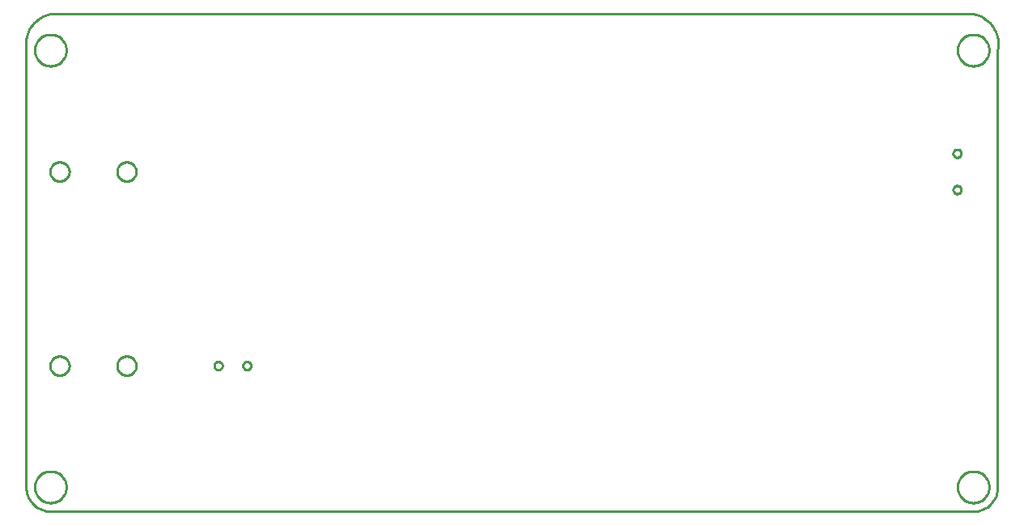
<source format=gbr>
G04 EAGLE Gerber RS-274X export*
G75*
%MOMM*%
%FSLAX34Y34*%
%LPD*%
%IN*%
%IPPOS*%
%AMOC8*
5,1,8,0,0,1.08239X$1,22.5*%
G01*
%ADD10C,0.254000*%


D10*
X0Y25400D02*
X97Y23186D01*
X386Y20989D01*
X865Y18826D01*
X1532Y16713D01*
X2380Y14666D01*
X3403Y12700D01*
X4594Y10831D01*
X5942Y9073D01*
X7440Y7440D01*
X9073Y5942D01*
X10831Y4594D01*
X12700Y3403D01*
X14666Y2380D01*
X16713Y1532D01*
X18826Y865D01*
X20989Y386D01*
X23186Y97D01*
X25400Y0D01*
X990600Y0D01*
X992814Y97D01*
X995011Y386D01*
X997174Y865D01*
X999287Y1532D01*
X1001335Y2380D01*
X1003300Y3403D01*
X1005169Y4594D01*
X1006927Y5942D01*
X1008561Y7440D01*
X1010058Y9073D01*
X1011406Y10831D01*
X1012597Y12700D01*
X1013620Y14666D01*
X1014468Y16713D01*
X1015135Y18826D01*
X1015614Y20989D01*
X1015903Y23186D01*
X1016000Y25400D01*
X1016000Y482600D01*
X1016433Y485391D01*
X1016620Y488210D01*
X1016562Y491034D01*
X1016257Y493842D01*
X1015709Y496613D01*
X1014921Y499326D01*
X1013900Y501959D01*
X1012654Y504494D01*
X1011191Y506911D01*
X1009523Y509190D01*
X1007663Y511316D01*
X1005624Y513271D01*
X1003423Y515042D01*
X1001076Y516613D01*
X998601Y517975D01*
X996017Y519115D01*
X993343Y520026D01*
X990600Y520700D01*
X25400Y520700D01*
X22657Y520026D01*
X19983Y519115D01*
X17399Y517975D01*
X14924Y516613D01*
X12577Y515042D01*
X10376Y513271D01*
X8337Y511316D01*
X6477Y509190D01*
X4809Y506911D01*
X3346Y504494D01*
X2100Y501959D01*
X1079Y499326D01*
X291Y496613D01*
X-257Y493842D01*
X-562Y491034D01*
X-620Y488210D01*
X-433Y485391D01*
X0Y482600D01*
X0Y25400D01*
X45000Y355163D02*
X44924Y354294D01*
X44772Y353434D01*
X44546Y352590D01*
X44248Y351770D01*
X43879Y350978D01*
X43442Y350222D01*
X42941Y349507D01*
X42380Y348838D01*
X41762Y348220D01*
X41093Y347659D01*
X40378Y347158D01*
X39622Y346721D01*
X38830Y346352D01*
X38010Y346054D01*
X37166Y345828D01*
X36307Y345676D01*
X35437Y345600D01*
X34563Y345600D01*
X33694Y345676D01*
X32834Y345828D01*
X31990Y346054D01*
X31170Y346352D01*
X30378Y346721D01*
X29622Y347158D01*
X28907Y347659D01*
X28238Y348220D01*
X27620Y348838D01*
X27059Y349507D01*
X26558Y350222D01*
X26121Y350978D01*
X25752Y351770D01*
X25454Y352590D01*
X25228Y353434D01*
X25076Y354294D01*
X25000Y355163D01*
X25000Y356037D01*
X25076Y356907D01*
X25228Y357766D01*
X25454Y358610D01*
X25752Y359430D01*
X26121Y360222D01*
X26558Y360978D01*
X27059Y361693D01*
X27620Y362362D01*
X28238Y362980D01*
X28907Y363541D01*
X29622Y364042D01*
X30378Y364479D01*
X31170Y364848D01*
X31990Y365146D01*
X32834Y365372D01*
X33694Y365524D01*
X34563Y365600D01*
X35437Y365600D01*
X36307Y365524D01*
X37166Y365372D01*
X38010Y365146D01*
X38830Y364848D01*
X39622Y364479D01*
X40378Y364042D01*
X41093Y363541D01*
X41762Y362980D01*
X42380Y362362D01*
X42941Y361693D01*
X43442Y360978D01*
X43879Y360222D01*
X44248Y359430D01*
X44546Y358610D01*
X44772Y357766D01*
X44924Y356907D01*
X45000Y356037D01*
X45000Y355163D01*
X115000Y355163D02*
X114924Y354294D01*
X114772Y353434D01*
X114546Y352590D01*
X114248Y351770D01*
X113879Y350978D01*
X113442Y350222D01*
X112941Y349507D01*
X112380Y348838D01*
X111762Y348220D01*
X111093Y347659D01*
X110378Y347158D01*
X109622Y346721D01*
X108830Y346352D01*
X108010Y346054D01*
X107166Y345828D01*
X106307Y345676D01*
X105437Y345600D01*
X104563Y345600D01*
X103694Y345676D01*
X102834Y345828D01*
X101990Y346054D01*
X101170Y346352D01*
X100378Y346721D01*
X99622Y347158D01*
X98907Y347659D01*
X98238Y348220D01*
X97620Y348838D01*
X97059Y349507D01*
X96558Y350222D01*
X96121Y350978D01*
X95752Y351770D01*
X95454Y352590D01*
X95228Y353434D01*
X95076Y354294D01*
X95000Y355163D01*
X95000Y356037D01*
X95076Y356907D01*
X95228Y357766D01*
X95454Y358610D01*
X95752Y359430D01*
X96121Y360222D01*
X96558Y360978D01*
X97059Y361693D01*
X97620Y362362D01*
X98238Y362980D01*
X98907Y363541D01*
X99622Y364042D01*
X100378Y364479D01*
X101170Y364848D01*
X101990Y365146D01*
X102834Y365372D01*
X103694Y365524D01*
X104563Y365600D01*
X105437Y365600D01*
X106307Y365524D01*
X107166Y365372D01*
X108010Y365146D01*
X108830Y364848D01*
X109622Y364479D01*
X110378Y364042D01*
X111093Y363541D01*
X111762Y362980D01*
X112380Y362362D01*
X112941Y361693D01*
X113442Y360978D01*
X113879Y360222D01*
X114248Y359430D01*
X114546Y358610D01*
X114772Y357766D01*
X114924Y356907D01*
X115000Y356037D01*
X115000Y355163D01*
X45000Y151963D02*
X44924Y151094D01*
X44772Y150234D01*
X44546Y149390D01*
X44248Y148570D01*
X43879Y147778D01*
X43442Y147022D01*
X42941Y146307D01*
X42380Y145638D01*
X41762Y145020D01*
X41093Y144459D01*
X40378Y143958D01*
X39622Y143521D01*
X38830Y143152D01*
X38010Y142854D01*
X37166Y142628D01*
X36307Y142476D01*
X35437Y142400D01*
X34563Y142400D01*
X33694Y142476D01*
X32834Y142628D01*
X31990Y142854D01*
X31170Y143152D01*
X30378Y143521D01*
X29622Y143958D01*
X28907Y144459D01*
X28238Y145020D01*
X27620Y145638D01*
X27059Y146307D01*
X26558Y147022D01*
X26121Y147778D01*
X25752Y148570D01*
X25454Y149390D01*
X25228Y150234D01*
X25076Y151094D01*
X25000Y151963D01*
X25000Y152837D01*
X25076Y153707D01*
X25228Y154566D01*
X25454Y155410D01*
X25752Y156230D01*
X26121Y157022D01*
X26558Y157778D01*
X27059Y158493D01*
X27620Y159162D01*
X28238Y159780D01*
X28907Y160341D01*
X29622Y160842D01*
X30378Y161279D01*
X31170Y161648D01*
X31990Y161946D01*
X32834Y162172D01*
X33694Y162324D01*
X34563Y162400D01*
X35437Y162400D01*
X36307Y162324D01*
X37166Y162172D01*
X38010Y161946D01*
X38830Y161648D01*
X39622Y161279D01*
X40378Y160842D01*
X41093Y160341D01*
X41762Y159780D01*
X42380Y159162D01*
X42941Y158493D01*
X43442Y157778D01*
X43879Y157022D01*
X44248Y156230D01*
X44546Y155410D01*
X44772Y154566D01*
X44924Y153707D01*
X45000Y152837D01*
X45000Y151963D01*
X115000Y151963D02*
X114924Y151094D01*
X114772Y150234D01*
X114546Y149390D01*
X114248Y148570D01*
X113879Y147778D01*
X113442Y147022D01*
X112941Y146307D01*
X112380Y145638D01*
X111762Y145020D01*
X111093Y144459D01*
X110378Y143958D01*
X109622Y143521D01*
X108830Y143152D01*
X108010Y142854D01*
X107166Y142628D01*
X106307Y142476D01*
X105437Y142400D01*
X104563Y142400D01*
X103694Y142476D01*
X102834Y142628D01*
X101990Y142854D01*
X101170Y143152D01*
X100378Y143521D01*
X99622Y143958D01*
X98907Y144459D01*
X98238Y145020D01*
X97620Y145638D01*
X97059Y146307D01*
X96558Y147022D01*
X96121Y147778D01*
X95752Y148570D01*
X95454Y149390D01*
X95228Y150234D01*
X95076Y151094D01*
X95000Y151963D01*
X95000Y152837D01*
X95076Y153707D01*
X95228Y154566D01*
X95454Y155410D01*
X95752Y156230D01*
X96121Y157022D01*
X96558Y157778D01*
X97059Y158493D01*
X97620Y159162D01*
X98238Y159780D01*
X98907Y160341D01*
X99622Y160842D01*
X100378Y161279D01*
X101170Y161648D01*
X101990Y161946D01*
X102834Y162172D01*
X103694Y162324D01*
X104563Y162400D01*
X105437Y162400D01*
X106307Y162324D01*
X107166Y162172D01*
X108010Y161946D01*
X108830Y161648D01*
X109622Y161279D01*
X110378Y160842D01*
X111093Y160341D01*
X111762Y159780D01*
X112380Y159162D01*
X112941Y158493D01*
X113442Y157778D01*
X113879Y157022D01*
X114248Y156230D01*
X114546Y155410D01*
X114772Y154566D01*
X114924Y153707D01*
X115000Y152837D01*
X115000Y151963D01*
X969430Y336879D02*
X969503Y337431D01*
X969647Y337969D01*
X969860Y338484D01*
X970139Y338966D01*
X970478Y339408D01*
X970872Y339802D01*
X971314Y340141D01*
X971796Y340420D01*
X972311Y340633D01*
X972849Y340777D01*
X973401Y340850D01*
X973959Y340850D01*
X974511Y340777D01*
X975049Y340633D01*
X975564Y340420D01*
X976046Y340141D01*
X976488Y339802D01*
X976882Y339408D01*
X977221Y338966D01*
X977500Y338484D01*
X977713Y337969D01*
X977857Y337431D01*
X977930Y336879D01*
X977930Y336321D01*
X977857Y335769D01*
X977713Y335231D01*
X977500Y334716D01*
X977221Y334234D01*
X976882Y333792D01*
X976488Y333398D01*
X976046Y333059D01*
X975564Y332780D01*
X975049Y332567D01*
X974511Y332423D01*
X973959Y332350D01*
X973401Y332350D01*
X972849Y332423D01*
X972311Y332567D01*
X971796Y332780D01*
X971314Y333059D01*
X970872Y333398D01*
X970478Y333792D01*
X970139Y334234D01*
X969860Y334716D01*
X969647Y335231D01*
X969503Y335769D01*
X969430Y336321D01*
X969430Y336879D01*
X969430Y374879D02*
X969503Y375431D01*
X969647Y375969D01*
X969860Y376484D01*
X970139Y376966D01*
X970478Y377408D01*
X970872Y377802D01*
X971314Y378141D01*
X971796Y378420D01*
X972311Y378633D01*
X972849Y378777D01*
X973401Y378850D01*
X973959Y378850D01*
X974511Y378777D01*
X975049Y378633D01*
X975564Y378420D01*
X976046Y378141D01*
X976488Y377802D01*
X976882Y377408D01*
X977221Y376966D01*
X977500Y376484D01*
X977713Y375969D01*
X977857Y375431D01*
X977930Y374879D01*
X977930Y374321D01*
X977857Y373769D01*
X977713Y373231D01*
X977500Y372716D01*
X977221Y372234D01*
X976882Y371792D01*
X976488Y371398D01*
X976046Y371059D01*
X975564Y370780D01*
X975049Y370567D01*
X974511Y370423D01*
X973959Y370350D01*
X973401Y370350D01*
X972849Y370423D01*
X972311Y370567D01*
X971796Y370780D01*
X971314Y371059D01*
X970872Y371398D01*
X970478Y371792D01*
X970139Y372234D01*
X969860Y372716D01*
X969647Y373231D01*
X969503Y373769D01*
X969430Y374321D01*
X969430Y374879D01*
X196650Y152679D02*
X196723Y153231D01*
X196867Y153769D01*
X197080Y154284D01*
X197359Y154766D01*
X197698Y155208D01*
X198092Y155602D01*
X198534Y155941D01*
X199016Y156220D01*
X199531Y156433D01*
X200069Y156577D01*
X200621Y156650D01*
X201179Y156650D01*
X201731Y156577D01*
X202269Y156433D01*
X202784Y156220D01*
X203266Y155941D01*
X203708Y155602D01*
X204102Y155208D01*
X204441Y154766D01*
X204720Y154284D01*
X204933Y153769D01*
X205077Y153231D01*
X205150Y152679D01*
X205150Y152121D01*
X205077Y151569D01*
X204933Y151031D01*
X204720Y150516D01*
X204441Y150034D01*
X204102Y149592D01*
X203708Y149198D01*
X203266Y148859D01*
X202784Y148580D01*
X202269Y148367D01*
X201731Y148223D01*
X201179Y148150D01*
X200621Y148150D01*
X200069Y148223D01*
X199531Y148367D01*
X199016Y148580D01*
X198534Y148859D01*
X198092Y149198D01*
X197698Y149592D01*
X197359Y150034D01*
X197080Y150516D01*
X196867Y151031D01*
X196723Y151569D01*
X196650Y152121D01*
X196650Y152679D01*
X226650Y152679D02*
X226723Y153231D01*
X226867Y153769D01*
X227080Y154284D01*
X227359Y154766D01*
X227698Y155208D01*
X228092Y155602D01*
X228534Y155941D01*
X229016Y156220D01*
X229531Y156433D01*
X230069Y156577D01*
X230621Y156650D01*
X231179Y156650D01*
X231731Y156577D01*
X232269Y156433D01*
X232784Y156220D01*
X233266Y155941D01*
X233708Y155602D01*
X234102Y155208D01*
X234441Y154766D01*
X234720Y154284D01*
X234933Y153769D01*
X235077Y153231D01*
X235150Y152679D01*
X235150Y152121D01*
X235077Y151569D01*
X234933Y151031D01*
X234720Y150516D01*
X234441Y150034D01*
X234102Y149592D01*
X233708Y149198D01*
X233266Y148859D01*
X232784Y148580D01*
X232269Y148367D01*
X231731Y148223D01*
X231179Y148150D01*
X230621Y148150D01*
X230069Y148223D01*
X229531Y148367D01*
X229016Y148580D01*
X228534Y148859D01*
X228092Y149198D01*
X227698Y149592D01*
X227359Y150034D01*
X227080Y150516D01*
X226867Y151031D01*
X226723Y151569D01*
X226650Y152121D01*
X226650Y152679D01*
X1007110Y482060D02*
X1007039Y480981D01*
X1006898Y479909D01*
X1006687Y478849D01*
X1006408Y477805D01*
X1006060Y476781D01*
X1005646Y475783D01*
X1005168Y474813D01*
X1004628Y473877D01*
X1004027Y472978D01*
X1003369Y472121D01*
X1002657Y471308D01*
X1001892Y470544D01*
X1001079Y469831D01*
X1000222Y469173D01*
X999323Y468572D01*
X998387Y468032D01*
X997417Y467554D01*
X996419Y467140D01*
X995395Y466792D01*
X994351Y466513D01*
X993291Y466302D01*
X992219Y466161D01*
X991140Y466090D01*
X990060Y466090D01*
X988981Y466161D01*
X987909Y466302D01*
X986849Y466513D01*
X985805Y466792D01*
X984781Y467140D01*
X983783Y467554D01*
X982813Y468032D01*
X981877Y468572D01*
X980978Y469173D01*
X980121Y469831D01*
X979308Y470544D01*
X978544Y471308D01*
X977831Y472121D01*
X977173Y472978D01*
X976572Y473877D01*
X976032Y474813D01*
X975554Y475783D01*
X975140Y476781D01*
X974792Y477805D01*
X974513Y478849D01*
X974302Y479909D01*
X974161Y480981D01*
X974090Y482060D01*
X974090Y483140D01*
X974161Y484219D01*
X974302Y485291D01*
X974513Y486351D01*
X974792Y487395D01*
X975140Y488419D01*
X975554Y489417D01*
X976032Y490387D01*
X976572Y491323D01*
X977173Y492222D01*
X977831Y493079D01*
X978544Y493892D01*
X979308Y494657D01*
X980121Y495369D01*
X980978Y496027D01*
X981877Y496628D01*
X982813Y497168D01*
X983783Y497646D01*
X984781Y498060D01*
X985805Y498408D01*
X986849Y498687D01*
X987909Y498898D01*
X988981Y499039D01*
X990060Y499110D01*
X991140Y499110D01*
X992219Y499039D01*
X993291Y498898D01*
X994351Y498687D01*
X995395Y498408D01*
X996419Y498060D01*
X997417Y497646D01*
X998387Y497168D01*
X999323Y496628D01*
X1000222Y496027D01*
X1001079Y495369D01*
X1001892Y494657D01*
X1002657Y493892D01*
X1003369Y493079D01*
X1004027Y492222D01*
X1004628Y491323D01*
X1005168Y490387D01*
X1005646Y489417D01*
X1006060Y488419D01*
X1006408Y487395D01*
X1006687Y486351D01*
X1006898Y485291D01*
X1007039Y484219D01*
X1007110Y483140D01*
X1007110Y482060D01*
X1007110Y24860D02*
X1007039Y23781D01*
X1006898Y22709D01*
X1006687Y21649D01*
X1006408Y20605D01*
X1006060Y19581D01*
X1005646Y18583D01*
X1005168Y17613D01*
X1004628Y16677D01*
X1004027Y15778D01*
X1003369Y14921D01*
X1002657Y14108D01*
X1001892Y13344D01*
X1001079Y12631D01*
X1000222Y11973D01*
X999323Y11372D01*
X998387Y10832D01*
X997417Y10354D01*
X996419Y9940D01*
X995395Y9592D01*
X994351Y9313D01*
X993291Y9102D01*
X992219Y8961D01*
X991140Y8890D01*
X990060Y8890D01*
X988981Y8961D01*
X987909Y9102D01*
X986849Y9313D01*
X985805Y9592D01*
X984781Y9940D01*
X983783Y10354D01*
X982813Y10832D01*
X981877Y11372D01*
X980978Y11973D01*
X980121Y12631D01*
X979308Y13344D01*
X978544Y14108D01*
X977831Y14921D01*
X977173Y15778D01*
X976572Y16677D01*
X976032Y17613D01*
X975554Y18583D01*
X975140Y19581D01*
X974792Y20605D01*
X974513Y21649D01*
X974302Y22709D01*
X974161Y23781D01*
X974090Y24860D01*
X974090Y25940D01*
X974161Y27019D01*
X974302Y28091D01*
X974513Y29151D01*
X974792Y30195D01*
X975140Y31219D01*
X975554Y32217D01*
X976032Y33187D01*
X976572Y34123D01*
X977173Y35022D01*
X977831Y35879D01*
X978544Y36692D01*
X979308Y37457D01*
X980121Y38169D01*
X980978Y38827D01*
X981877Y39428D01*
X982813Y39968D01*
X983783Y40446D01*
X984781Y40860D01*
X985805Y41208D01*
X986849Y41487D01*
X987909Y41698D01*
X988981Y41839D01*
X990060Y41910D01*
X991140Y41910D01*
X992219Y41839D01*
X993291Y41698D01*
X994351Y41487D01*
X995395Y41208D01*
X996419Y40860D01*
X997417Y40446D01*
X998387Y39968D01*
X999323Y39428D01*
X1000222Y38827D01*
X1001079Y38169D01*
X1001892Y37457D01*
X1002657Y36692D01*
X1003369Y35879D01*
X1004027Y35022D01*
X1004628Y34123D01*
X1005168Y33187D01*
X1005646Y32217D01*
X1006060Y31219D01*
X1006408Y30195D01*
X1006687Y29151D01*
X1006898Y28091D01*
X1007039Y27019D01*
X1007110Y25940D01*
X1007110Y24860D01*
X41910Y24860D02*
X41839Y23781D01*
X41698Y22709D01*
X41487Y21649D01*
X41208Y20605D01*
X40860Y19581D01*
X40446Y18583D01*
X39968Y17613D01*
X39428Y16677D01*
X38827Y15778D01*
X38169Y14921D01*
X37457Y14108D01*
X36692Y13344D01*
X35879Y12631D01*
X35022Y11973D01*
X34123Y11372D01*
X33187Y10832D01*
X32217Y10354D01*
X31219Y9940D01*
X30195Y9592D01*
X29151Y9313D01*
X28091Y9102D01*
X27019Y8961D01*
X25940Y8890D01*
X24860Y8890D01*
X23781Y8961D01*
X22709Y9102D01*
X21649Y9313D01*
X20605Y9592D01*
X19581Y9940D01*
X18583Y10354D01*
X17613Y10832D01*
X16677Y11372D01*
X15778Y11973D01*
X14921Y12631D01*
X14108Y13344D01*
X13344Y14108D01*
X12631Y14921D01*
X11973Y15778D01*
X11372Y16677D01*
X10832Y17613D01*
X10354Y18583D01*
X9940Y19581D01*
X9592Y20605D01*
X9313Y21649D01*
X9102Y22709D01*
X8961Y23781D01*
X8890Y24860D01*
X8890Y25940D01*
X8961Y27019D01*
X9102Y28091D01*
X9313Y29151D01*
X9592Y30195D01*
X9940Y31219D01*
X10354Y32217D01*
X10832Y33187D01*
X11372Y34123D01*
X11973Y35022D01*
X12631Y35879D01*
X13344Y36692D01*
X14108Y37457D01*
X14921Y38169D01*
X15778Y38827D01*
X16677Y39428D01*
X17613Y39968D01*
X18583Y40446D01*
X19581Y40860D01*
X20605Y41208D01*
X21649Y41487D01*
X22709Y41698D01*
X23781Y41839D01*
X24860Y41910D01*
X25940Y41910D01*
X27019Y41839D01*
X28091Y41698D01*
X29151Y41487D01*
X30195Y41208D01*
X31219Y40860D01*
X32217Y40446D01*
X33187Y39968D01*
X34123Y39428D01*
X35022Y38827D01*
X35879Y38169D01*
X36692Y37457D01*
X37457Y36692D01*
X38169Y35879D01*
X38827Y35022D01*
X39428Y34123D01*
X39968Y33187D01*
X40446Y32217D01*
X40860Y31219D01*
X41208Y30195D01*
X41487Y29151D01*
X41698Y28091D01*
X41839Y27019D01*
X41910Y25940D01*
X41910Y24860D01*
X41910Y482060D02*
X41839Y480981D01*
X41698Y479909D01*
X41487Y478849D01*
X41208Y477805D01*
X40860Y476781D01*
X40446Y475783D01*
X39968Y474813D01*
X39428Y473877D01*
X38827Y472978D01*
X38169Y472121D01*
X37457Y471308D01*
X36692Y470544D01*
X35879Y469831D01*
X35022Y469173D01*
X34123Y468572D01*
X33187Y468032D01*
X32217Y467554D01*
X31219Y467140D01*
X30195Y466792D01*
X29151Y466513D01*
X28091Y466302D01*
X27019Y466161D01*
X25940Y466090D01*
X24860Y466090D01*
X23781Y466161D01*
X22709Y466302D01*
X21649Y466513D01*
X20605Y466792D01*
X19581Y467140D01*
X18583Y467554D01*
X17613Y468032D01*
X16677Y468572D01*
X15778Y469173D01*
X14921Y469831D01*
X14108Y470544D01*
X13344Y471308D01*
X12631Y472121D01*
X11973Y472978D01*
X11372Y473877D01*
X10832Y474813D01*
X10354Y475783D01*
X9940Y476781D01*
X9592Y477805D01*
X9313Y478849D01*
X9102Y479909D01*
X8961Y480981D01*
X8890Y482060D01*
X8890Y483140D01*
X8961Y484219D01*
X9102Y485291D01*
X9313Y486351D01*
X9592Y487395D01*
X9940Y488419D01*
X10354Y489417D01*
X10832Y490387D01*
X11372Y491323D01*
X11973Y492222D01*
X12631Y493079D01*
X13344Y493892D01*
X14108Y494657D01*
X14921Y495369D01*
X15778Y496027D01*
X16677Y496628D01*
X17613Y497168D01*
X18583Y497646D01*
X19581Y498060D01*
X20605Y498408D01*
X21649Y498687D01*
X22709Y498898D01*
X23781Y499039D01*
X24860Y499110D01*
X25940Y499110D01*
X27019Y499039D01*
X28091Y498898D01*
X29151Y498687D01*
X30195Y498408D01*
X31219Y498060D01*
X32217Y497646D01*
X33187Y497168D01*
X34123Y496628D01*
X35022Y496027D01*
X35879Y495369D01*
X36692Y494657D01*
X37457Y493892D01*
X38169Y493079D01*
X38827Y492222D01*
X39428Y491323D01*
X39968Y490387D01*
X40446Y489417D01*
X40860Y488419D01*
X41208Y487395D01*
X41487Y486351D01*
X41698Y485291D01*
X41839Y484219D01*
X41910Y483140D01*
X41910Y482060D01*
M02*

</source>
